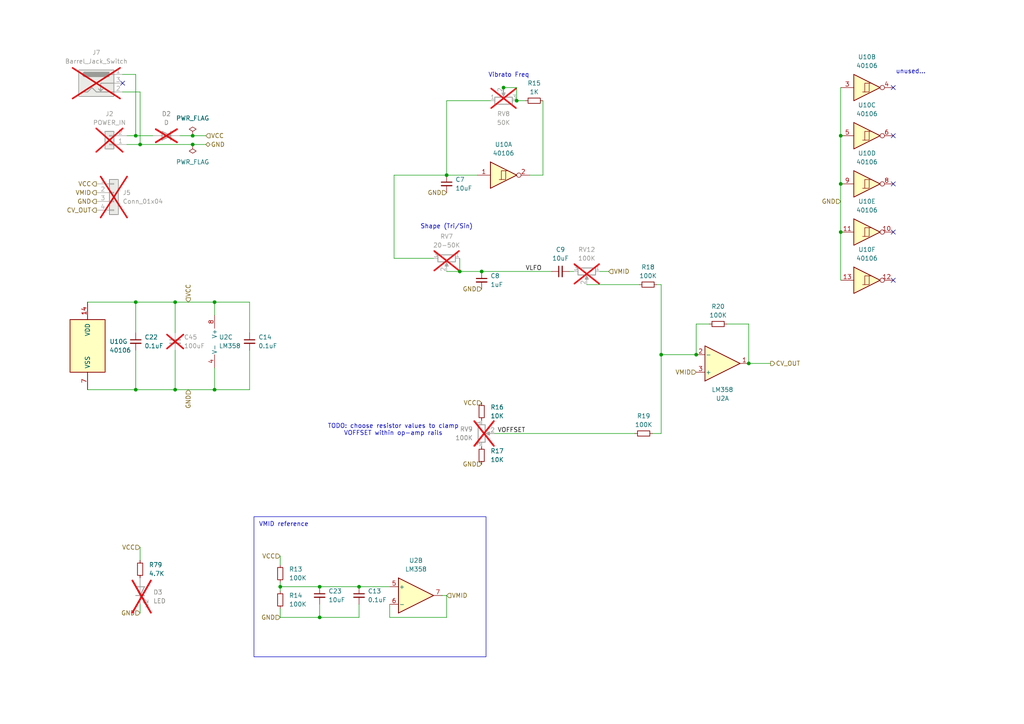
<source format=kicad_sch>
(kicad_sch (version 20231120) (generator "eeschema") (generator_version "8.0")
  (paper "A4")
  (lib_symbols
    (symbol "4xxx:40106" (pin_names (offset 1.016))
      (property "Reference" "U" (at 0 1.27 0))
      (property "Value" "40106" (at 0 -1.27 0))
      (symbol "40106_1_0"
        (polyline (pts (xy -0.635 -1.27) (xy -0.635 1.27) (xy 0.635 1.27)))
        (polyline (pts (xy -3.81 3.81) (xy -3.81 -3.81) (xy 3.81 0) (xy -3.81 3.81)) (stroke (width 0.254)) (fill (type background)))
        (polyline (pts (xy -1.27 -1.27) (xy 0.635 -1.27) (xy 0.635 1.27) (xy 1.27 1.27)))
        (pin input line (at -7.62 0 0) (length 3.81) (name "~") (number "1"))
        (pin output inverted (at 7.62 0 180) (length 3.81) (name "~") (number "2"))
      )
      (symbol "40106_2_0"
        (polyline (pts (xy -0.635 -1.27) (xy -0.635 1.27) (xy 0.635 1.27)))
        (polyline (pts (xy -3.81 3.81) (xy -3.81 -3.81) (xy 3.81 0) (xy -3.81 3.81)) (stroke (width 0.254)) (fill (type background)))
        (polyline (pts (xy -1.27 -1.27) (xy 0.635 -1.27) (xy 0.635 1.27) (xy 1.27 1.27)))
        (pin input line (at -7.62 0 0) (length 3.81) (name "~") (number "3"))
        (pin output inverted (at 7.62 0 180) (length 3.81) (name "~") (number "4"))
      )
      (symbol "40106_3_0"
        (polyline (pts (xy -0.635 -1.27) (xy -0.635 1.27) (xy 0.635 1.27)))
        (polyline (pts (xy -3.81 3.81) (xy -3.81 -3.81) (xy 3.81 0) (xy -3.81 3.81)) (stroke (width 0.254)) (fill (type background)))
        (polyline (pts (xy -1.27 -1.27) (xy 0.635 -1.27) (xy 0.635 1.27) (xy 1.27 1.27)))
        (pin input line (at -7.62 0 0) (length 3.81) (name "~") (number "5"))
        (pin output inverted (at 7.62 0 180) (length 3.81) (name "~") (number "6"))
      )
      (symbol "40106_4_0"
        (polyline (pts (xy -0.635 -1.27) (xy -0.635 1.27) (xy 0.635 1.27)))
        (polyline (pts (xy -3.81 3.81) (xy -3.81 -3.81) (xy 3.81 0) (xy -3.81 3.81)) (stroke (width 0.254)) (fill (type background)))
        (polyline (pts (xy -1.27 -1.27) (xy 0.635 -1.27) (xy 0.635 1.27) (xy 1.27 1.27)))
        (pin output inverted (at 7.62 0 180) (length 3.81) (name "~") (number "8"))
        (pin input line (at -7.62 0 0) (length 3.81) (name "~") (number "9"))
      )
      (symbol "40106_5_0"
        (polyline (pts (xy -0.635 -1.27) (xy -0.635 1.27) (xy 0.635 1.27)))
        (polyline (pts (xy -3.81 3.81) (xy -3.81 -3.81) (xy 3.81 0) (xy -3.81 3.81)) (stroke (width 0.254)) (fill (type background)))
        (polyline (pts (xy -1.27 -1.27) (xy 0.635 -1.27) (xy 0.635 1.27) (xy 1.27 1.27)))
        (pin output inverted (at 7.62 0 180) (length 3.81) (name "~") (number "10"))
        (pin input line (at -7.62 0 0) (length 3.81) (name "~") (number "11"))
      )
      (symbol "40106_6_0"
        (polyline (pts (xy -0.635 -1.27) (xy -0.635 1.27) (xy 0.635 1.27)))
        (polyline (pts (xy -3.81 3.81) (xy -3.81 -3.81) (xy 3.81 0) (xy -3.81 3.81)) (stroke (width 0.254)) (fill (type background)))
        (polyline (pts (xy -1.27 -1.27) (xy 0.635 -1.27) (xy 0.635 1.27) (xy 1.27 1.27)))
        (pin output inverted (at 7.62 0 180) (length 3.81) (name "~") (number "12"))
        (pin input line (at -7.62 0 0) (length 3.81) (name "~") (number "13"))
      )
      (symbol "40106_7_0"
        (pin power_in line (at 0 12.7 270) (length 5.08) (name "VDD") (number "14"))
        (pin power_in line (at 0 -12.7 90) (length 5.08) (name "VSS") (number "7"))
      )
      (symbol "40106_7_1"
        (rectangle (start -5.08 7.62) (end 5.08 -7.62) (stroke (width 0.254)) (fill (type background)))
      )
    )
    (symbol "Amplifier_Operational:LM358" (pin_names (offset 0.127))
      (property "Reference" "U" (at 0 5.08 0))
      (property "Value" "LM358" (at 0 -5.08 0))
      (symbol "LM358_1_1"
        (polyline (pts (xy -5.08 5.08) (xy 5.08 0) (xy -5.08 -5.08) (xy -5.08 5.08)) (stroke (width 0.254)) (fill (type background)))
        (pin output line (at 7.62 0 180) (length 2.54) (name "~") (number "1"))
        (pin input line (at -7.62 -2.54 0) (length 2.54) (name "-") (number "2"))
        (pin input line (at -7.62 2.54 0) (length 2.54) (name "+") (number "3"))
      )
      (symbol "LM358_2_1"
        (polyline (pts (xy -5.08 5.08) (xy 5.08 0) (xy -5.08 -5.08) (xy -5.08 5.08)) (stroke (width 0.254)) (fill (type background)))
        (pin input line (at -7.62 2.54 0) (length 2.54) (name "+") (number "5"))
        (pin input line (at -7.62 -2.54 0) (length 2.54) (name "-") (number "6"))
        (pin output line (at 7.62 0 180) (length 2.54) (name "~") (number "7"))
      )
      (symbol "LM358_3_1"
        (pin power_in line (at -2.54 -7.62 90) (length 3.81) (name "V-") (number "4"))
        (pin power_in line (at -2.54 7.62 270) (length 3.81) (name "V+") (number "8"))
      )
    )
    (symbol "Connector:Barrel_Jack_Switch" (pin_names hide)
      (property "Reference" "J" (at 0 5.334 0))
      (property "Value" "Barrel_Jack_Switch" (at 0 -5.08 0))
      (symbol "Barrel_Jack_Switch_0_1"
        (rectangle (start -5.08 3.81) (end 5.08 -3.81) (stroke (width 0.254)) (fill (type background)))
        (arc (start -3.302 3.175) (mid -3.9343 2.54) (end -3.302 1.905) (stroke (width 0.254)))
        (arc (start -3.302 3.175) (mid -3.9343 2.54) (end -3.302 1.905) (stroke (width 0.254)) (fill (type outline)))
        (polyline (pts (xy 1.27 -2.286) (xy 1.905 -1.651)) (stroke (width 0.254)))
        (polyline (pts (xy 5.08 2.54) (xy 3.81 2.54)) (stroke (width 0.254)))
        (polyline (pts (xy 5.08 0) (xy 1.27 0) (xy 1.27 -2.286) (xy 0.635 -1.651)) (stroke (width 0.254)))
        (polyline (pts (xy -3.81 -2.54) (xy -2.54 -2.54) (xy -1.27 -1.27) (xy 0 -2.54) (xy 2.54 -2.54) (xy 5.08 -2.54)) (stroke (width 0.254)))
        (rectangle (start 3.683 3.175) (end -3.302 1.905) (stroke (width 0.254)) (fill (type outline)))
      )
      (symbol "Barrel_Jack_Switch_1_1"
        (pin passive line (at 7.62 2.54 180) (length 2.54) (name "~") (number "1"))
        (pin passive line (at 7.62 -2.54 180) (length 2.54) (name "~") (number "2"))
        (pin passive line (at 7.62 0 180) (length 2.54) (name "~") (number "3"))
      )
    )
    (symbol "Connector_Generic:Conn_01x02" (pin_names (offset 1.016) hide)
      (property "Reference" "J" (at 0 2.54 0))
      (property "Value" "Conn_01x02" (at 0 -5.08 0))
      (symbol "Conn_01x02_1_1"
        (rectangle (start -1.27 -2.413) (end 0 -2.667) (stroke (width 0.1524)))
        (rectangle (start -1.27 0.127) (end 0 -0.127) (stroke (width 0.1524)))
        (rectangle (start -1.27 1.27) (end 1.27 -3.81) (stroke (width 0.254)) (fill (type background)))
        (pin passive line (at -5.08 0 0) (length 3.81) (name "Pin_1") (number "1"))
        (pin passive line (at -5.08 -2.54 0) (length 3.81) (name "Pin_2") (number "2"))
      )
    )
    (symbol "Connector_Generic:Conn_01x04" (pin_names (offset 1.016) hide)
      (property "Reference" "J" (at 0 5.08 0))
      (property "Value" "Conn_01x04" (at 0 -7.62 0))
      (symbol "Conn_01x04_1_1"
        (rectangle (start -1.27 -4.953) (end 0 -5.207) (stroke (width 0.1524)))
        (rectangle (start -1.27 -2.413) (end 0 -2.667) (stroke (width 0.1524)))
        (rectangle (start -1.27 0.127) (end 0 -0.127) (stroke (width 0.1524)))
        (rectangle (start -1.27 2.667) (end 0 2.413) (stroke (width 0.1524)))
        (rectangle (start -1.27 3.81) (end 1.27 -6.35) (stroke (width 0.254)) (fill (type background)))
        (pin passive line (at -5.08 2.54 0) (length 3.81) (name "Pin_1") (number "1"))
        (pin passive line (at -5.08 0 0) (length 3.81) (name "Pin_2") (number "2"))
        (pin passive line (at -5.08 -2.54 0) (length 3.81) (name "Pin_3") (number "3"))
        (pin passive line (at -5.08 -5.08 0) (length 3.81) (name "Pin_4") (number "4"))
      )
    )
    (symbol "Device:C_Small" (pin_numbers hide) (pin_names (offset 0.254) hide)
      (property "Reference" "C" (at 0.254 1.778 0))
      (property "Value" "C_Small" (at 0.254 -2.032 0))
      (symbol "C_Small_0_1"
        (polyline (pts (xy -1.524 -0.508) (xy 1.524 -0.508)) (stroke (width 0.3302)))
        (polyline (pts (xy -1.524 0.508) (xy 1.524 0.508)) (stroke (width 0.3048)))
      )
      (symbol "C_Small_1_1"
        (pin passive line (at 0 2.54 270) (length 2.032) (name "~") (number "1"))
        (pin passive line (at 0 -2.54 90) (length 2.032) (name "~") (number "2"))
      )
    )
    (symbol "Device:D" (pin_numbers hide) (pin_names (offset 1.016) hide)
      (property "Reference" "D" (at 0 2.54 0))
      (property "Value" "D" (at 0 -2.54 0))
      (symbol "D_0_1"
        (polyline (pts (xy -1.27 1.27) (xy -1.27 -1.27)) (stroke (width 0.254)))
        (polyline (pts (xy 1.27 0) (xy -1.27 0)))
        (polyline (pts (xy 1.27 1.27) (xy 1.27 -1.27) (xy -1.27 0) (xy 1.27 1.27)) (stroke (width 0.254)))
      )
      (symbol "D_1_1"
        (pin passive line (at -3.81 0 0) (length 2.54) (name "K") (number "1"))
        (pin passive line (at 3.81 0 180) (length 2.54) (name "A") (number "2"))
      )
    )
    (symbol "Device:LED" (pin_numbers hide) (pin_names (offset 1.016) hide)
      (property "Reference" "D" (at 0 2.54 0))
      (property "Value" "LED" (at 0 -2.54 0))
      (symbol "LED_0_1"
        (polyline (pts (xy -1.27 -1.27) (xy -1.27 1.27)) (stroke (width 0.254)))
        (polyline (pts (xy -1.27 0) (xy 1.27 0)))
        (polyline (pts (xy 1.27 -1.27) (xy 1.27 1.27) (xy -1.27 0) (xy 1.27 -1.27)) (stroke (width 0.254)))
        (polyline (pts (xy -3.048 -0.762) (xy -4.572 -2.286) (xy -3.81 -2.286) (xy -4.572 -2.286) (xy -4.572 -1.524)))
        (polyline (pts (xy -1.778 -0.762) (xy -3.302 -2.286) (xy -2.54 -2.286) (xy -3.302 -2.286) (xy -3.302 -1.524)))
      )
      (symbol "LED_1_1"
        (pin passive line (at -3.81 0 0) (length 2.54) (name "K") (number "1"))
        (pin passive line (at 3.81 0 180) (length 2.54) (name "A") (number "2"))
      )
    )
    (symbol "Device:R_Potentiometer" (pin_names (offset 1.016) hide)
      (property "Reference" "RV" (at -4.445 0 90))
      (property "Value" "R_Potentiometer" (at -2.54 0 90))
      (symbol "R_Potentiometer_0_1"
        (polyline (pts (xy 2.54 0) (xy 1.524 0)))
        (polyline (pts (xy 1.143 0) (xy 2.286 0.508) (xy 2.286 -0.508) (xy 1.143 0)) (fill (type outline)))
        (rectangle (start 1.016 2.54) (end -1.016 -2.54) (stroke (width 0.254)))
      )
      (symbol "R_Potentiometer_1_1"
        (pin passive line (at 0 3.81 270) (length 1.27) (name "1") (number "1"))
        (pin passive line (at 3.81 0 180) (length 1.27) (name "2") (number "2"))
        (pin passive line (at 0 -3.81 90) (length 1.27) (name "3") (number "3"))
      )
    )
    (symbol "Device:R_Small" (pin_numbers hide) (pin_names (offset 0.254) hide)
      (property "Reference" "R" (at 0.762 0.508 0))
      (property "Value" "R_Small" (at 0.762 -1.016 0))
      (symbol "R_Small_0_1"
        (rectangle (start -0.762 1.778) (end 0.762 -1.778) (stroke (width 0.2032)))
      )
      (symbol "R_Small_1_1"
        (pin passive line (at 0 2.54 270) (length 0.762) (name "~") (number "1"))
        (pin passive line (at 0 -2.54 90) (length 0.762) (name "~") (number "2"))
      )
    )
    (symbol "power:PWR_FLAG" (power) (pin_numbers hide) (pin_names (offset 0) hide)
      (property "Value" "PWR_FLAG" (at 0 3.81 0))
      (symbol "PWR_FLAG_0_0"
        (pin power_out line (at 0 0 90) (length 0) (name "~") (number "1"))
      )
      (symbol "PWR_FLAG_0_1"
        (polyline (pts (xy 0 0) (xy 0 1.27) (xy -1.016 1.905) (xy 0 2.54) (xy 1.016 1.905) (xy 0 1.27)))
      )
    )
  )
  (junction (at 243.84 67.31))
  (junction (at 55.88 39.37))
  (junction (at 146.05 25.4))
  (junction (at 104.14 170.18))
  (junction (at 92.71 170.18))
  (junction (at 243.84 53.34))
  (junction (at 92.71 179.07))
  (junction (at 39.37 113.03))
  (junction (at 217.17 105.41))
  (junction (at 39.37 39.37))
  (junction (at 50.8 113.03))
  (junction (at 243.84 39.37))
  (junction (at 39.37 87.63))
  (junction (at 81.28 170.18))
  (junction (at 62.23 87.63))
  (junction (at 129.54 50.8))
  (junction (at 40.64 41.91))
  (junction (at 133.35 78.74))
  (junction (at 50.8 87.63))
  (junction (at 55.88 41.91))
  (junction (at 62.23 113.03))
  (junction (at 149.86 29.21))
  (junction (at 191.77 102.87))
  (junction (at 201.93 102.87))
  (junction (at 139.7 78.74))
  (no_connect (at 259.08 39.37))
  (no_connect (at 35.56 24.13))
  (no_connect (at 259.08 53.34))
  (no_connect (at 259.08 25.4))
  (no_connect (at 259.08 67.31))
  (no_connect (at 259.08 81.28))
  (wire (pts (xy 62.23 113.03) (xy 62.23 106.68)))
  (wire (pts (xy 217.17 105.41) (xy 223.52 105.41)))
  (wire (pts (xy 170.18 82.55) (xy 185.42 82.55)))
  (wire (pts (xy 129.54 172.72) (xy 128.27 172.72)))
  (wire (pts (xy 146.05 25.4) (xy 146.05 26.67)))
  (wire (pts (xy 191.77 102.87) (xy 191.77 125.73)))
  (wire (pts (xy 81.28 179.07) (xy 92.71 179.07)))
  (wire (pts (xy 39.37 87.63) (xy 39.37 96.52)))
  (wire (pts (xy 143.51 125.73) (xy 184.15 125.73)))
  (wire (pts (xy 55.88 39.37) (xy 52.07 39.37)))
  (wire (pts (xy 104.14 170.18) (xy 113.03 170.18)))
  (wire (pts (xy 44.45 39.37) (xy 39.37 39.37)))
  (wire (pts (xy 92.71 179.07) (xy 104.14 179.07)))
  (wire (pts (xy 201.93 93.98) (xy 201.93 102.87)))
  (wire (pts (xy 92.71 170.18) (xy 104.14 170.18)))
  (wire (pts (xy 114.3 50.8) (xy 114.3 74.93)))
  (wire (pts (xy 113.03 175.26) (xy 113.03 179.07)))
  (wire (pts (xy 142.24 29.21) (xy 129.54 29.21)))
  (wire (pts (xy 165.1 78.74) (xy 166.37 78.74)))
  (wire (pts (xy 191.77 125.73) (xy 189.23 125.73)))
  (wire (pts (xy 62.23 113.03) (xy 72.39 113.03)))
  (wire (pts (xy 50.8 87.63) (xy 62.23 87.63)))
  (wire (pts (xy 92.71 175.26) (xy 92.71 179.07)))
  (wire (pts (xy 40.64 158.75) (xy 40.64 162.56)))
  (wire (pts (xy 72.39 87.63) (xy 72.39 96.52)))
  (wire (pts (xy 176.53 78.74) (xy 173.99 78.74)))
  (wire (pts (xy 39.37 21.59) (xy 39.37 39.37)))
  (wire (pts (xy 129.54 78.74) (xy 133.35 78.74)))
  (wire (pts (xy 81.28 179.07) (xy 81.28 176.53)))
  (wire (pts (xy 36.83 41.91) (xy 40.64 41.91)))
  (wire (pts (xy 243.84 53.34) (xy 243.84 67.31)))
  (wire (pts (xy 191.77 82.55) (xy 190.5 82.55)))
  (wire (pts (xy 81.28 171.45) (xy 81.28 170.18)))
  (wire (pts (xy 149.86 25.4) (xy 149.86 29.21)))
  (wire (pts (xy 217.17 93.98) (xy 217.17 105.41)))
  (wire (pts (xy 72.39 113.03) (xy 72.39 101.6)))
  (wire (pts (xy 139.7 78.74) (xy 160.02 78.74)))
  (wire (pts (xy 81.28 170.18) (xy 92.71 170.18)))
  (wire (pts (xy 81.28 161.29) (xy 81.28 163.83)))
  (wire (pts (xy 210.82 93.98) (xy 217.17 93.98)))
  (wire (pts (xy 113.03 179.07) (xy 129.54 179.07)))
  (wire (pts (xy 40.64 41.91) (xy 55.88 41.91)))
  (wire (pts (xy 146.05 25.4) (xy 149.86 25.4)))
  (wire (pts (xy 152.4 29.21) (xy 149.86 29.21)))
  (wire (pts (xy 40.64 177.8) (xy 40.64 175.26)))
  (wire (pts (xy 201.93 102.87) (xy 191.77 102.87)))
  (wire (pts (xy 104.14 175.26) (xy 104.14 179.07)))
  (wire (pts (xy 191.77 82.55) (xy 191.77 102.87)))
  (wire (pts (xy 129.54 29.21) (xy 129.54 50.8)))
  (wire (pts (xy 114.3 74.93) (xy 125.73 74.93)))
  (wire (pts (xy 243.84 25.4) (xy 243.84 39.37)))
  (wire (pts (xy 114.3 50.8) (xy 129.54 50.8)))
  (wire (pts (xy 39.37 87.63) (xy 50.8 87.63)))
  (wire (pts (xy 157.48 29.21) (xy 157.48 50.8)))
  (wire (pts (xy 133.35 74.93) (xy 133.35 78.74)))
  (wire (pts (xy 50.8 101.6) (xy 50.8 113.03)))
  (wire (pts (xy 81.28 170.18) (xy 81.28 168.91)))
  (wire (pts (xy 62.23 87.63) (xy 62.23 91.44)))
  (wire (pts (xy 25.4 87.63) (xy 39.37 87.63)))
  (wire (pts (xy 205.74 93.98) (xy 201.93 93.98)))
  (wire (pts (xy 243.84 39.37) (xy 243.84 53.34)))
  (wire (pts (xy 39.37 39.37) (xy 36.83 39.37)))
  (wire (pts (xy 138.43 50.8) (xy 129.54 50.8)))
  (wire (pts (xy 50.8 87.63) (xy 50.8 96.52)))
  (wire (pts (xy 40.64 26.67) (xy 40.64 41.91)))
  (wire (pts (xy 50.8 113.03) (xy 62.23 113.03)))
  (wire (pts (xy 243.84 67.31) (xy 243.84 81.28)))
  (wire (pts (xy 55.88 41.91) (xy 59.69 41.91)))
  (wire (pts (xy 39.37 113.03) (xy 39.37 101.6)))
  (wire (pts (xy 59.69 39.37) (xy 55.88 39.37)))
  (wire (pts (xy 39.37 113.03) (xy 50.8 113.03)))
  (wire (pts (xy 35.56 21.59) (xy 39.37 21.59)))
  (wire (pts (xy 35.56 26.67) (xy 40.64 26.67)))
  (wire (pts (xy 129.54 172.72) (xy 129.54 179.07)))
  (wire (pts (xy 62.23 87.63) (xy 72.39 87.63)))
  (wire (pts (xy 25.4 113.03) (xy 39.37 113.03)))
  (wire (pts (xy 157.48 50.8) (xy 153.67 50.8)))
  (wire (pts (xy 133.35 78.74) (xy 139.7 78.74)))
  (rectangle (start 73.66 149.86) (end 140.97 190.5))
  (text "TODO: choose resistor values to clamp\nVOFFSET within op-amp rails\n" (at 114.046 124.714 0) (effects (font (size 1.27 1.27))))
  (text "Vibrato Freq" (at 147.574 21.844 0) (effects (font (size 1.27 1.27))))
  (text "Shape (Tri/Sin)\n" (at 129.54 65.786 0) (effects (font (size 1.27 1.27))))
  (text "VMID reference\n" (at 82.296 152.146 0) (effects (font (size 1.27 1.27))))
  (text "unused...\n" (at 264.16 20.828 0) (effects (font (size 1.27 1.27))))
  (label "VOFFSET" (at 152.4 125.73 180))
  (label "VLFO" (at 152.4 78.74 0))
  (hierarchical_label "CV_OUT" (shape output) (at 27.94 60.96 180))
  (hierarchical_label "VMID" (shape output) (at 27.94 55.88 180))
  (hierarchical_label "VCC" (shape output) (at 27.94 53.34 180))
  (hierarchical_label "GND" (shape input) (at 81.28 179.07 180))
  (hierarchical_label "VCC" (shape input) (at 81.28 161.29 180))
  (hierarchical_label "VCC" (shape input) (at 139.7 116.84 180))
  (hierarchical_label "VCC" (shape input) (at 54.61 87.63 90))
  (hierarchical_label "VCC" (shape input) (at 40.64 158.75 180))
  (hierarchical_label "GND" (shape output) (at 27.94 58.42 180))
  (hierarchical_label "GND" (shape input) (at 54.61 113.03 270))
  (hierarchical_label "VMID" (shape input) (at 176.53 78.74 0))
  (hierarchical_label "GND" (shape bidirectional) (at 59.69 41.91 0))
  (hierarchical_label "CV_OUT" (shape output) (at 223.52 105.41 0))
  (hierarchical_label "GND" (shape input) (at 139.7 134.62 180))
  (hierarchical_label "VCC" (shape input) (at 59.69 39.37 0))
  (hierarchical_label "GND" (shape input) (at 40.64 177.8 180))
  (hierarchical_label "VMID" (shape input) (at 201.93 107.95 180))
  (hierarchical_label "GND" (shape input) (at 129.54 55.88 180))
  (hierarchical_label "GND" (shape input) (at 139.7 83.82 180))
  (hierarchical_label "VMID" (shape input) (at 129.54 172.72 0))
  (hierarchical_label "GND" (shape input) (at 243.84 58.42 180))
  (symbol (lib_id "Device:R_Small") (at 40.64 165.1 0) (unit 1)
    (property "Reference" "R79" (at 43.18 163.8299 0) (effects (justify left)))
    (property "Value" "4.7K" (at 43.18 166.3699 0) (effects (justify left)))
    (property "Footprint" "Resistor_SMD:R_0603_1608Metric" (effects (hide yes)))
    (property "Description" "Resistor, small symbol" (effects (hide yes)))
  )
  (symbol (lib_id "Device:LED") (at 40.64 171.45 90) (unit 1) (dnp yes)
    (property "Reference" "D3" (at 44.45 171.7674 90) (effects (justify right)))
    (property "Value" "LED" (at 44.45 174.3074 90) (effects (justify right)))
    (property "Footprint" "LED_THT:LED_D3.0mm" (effects (hide yes)))
    (property "Description" "Light emitting diode" (effects (hide yes)))
  )
  (symbol (lib_id "Connector:Barrel_Jack_Switch") (at 27.94 24.13 0) (unit 1) (dnp yes)
    (property "Reference" "J7" (at 27.94 15.24 0))
    (property "Value" "Barrel_Jack_Switch" (at 27.94 17.78 0))
    (property "Footprint" "Connector_BarrelJack:BarrelJack_GCT_DCJ200-10-A_Horizontal" (effects (hide yes)))
    (property "Description" "DC Barrel Jack with an internal switch" (effects (hide yes)))
    (property "source" "Tayda A-4118 (https://www.taydaelectronics.com/dc-power-jack-2-1mm-barrel-type-pcb-mount.html)" (effects (hide yes)))
  )
  (symbol (lib_id "Device:R_Small") (at 81.28 173.99 0) (unit 1)
    (property "Reference" "R14" (at 83.82 172.7199 0) (effects (justify left)))
    (property "Value" "100K" (at 83.82 175.2599 0) (effects (justify left)))
    (property "Footprint" "Resistor_SMD:R_0603_1608Metric" (effects (hide yes)))
    (property "Description" "Resistor, small symbol" (effects (hide yes)))
  )
  (symbol (lib_id "Device:C_Small") (at 39.37 99.06 0) (unit 1)
    (property "Reference" "C22" (at 41.91 97.7962 0) (effects (justify left)))
    (property "Value" "0.1uF" (at 41.91 100.3362 0) (effects (justify left)))
    (property "Footprint" "Capacitor_SMD:C_0805_2012Metric" (effects (hide yes)))
    (property "Description" "Unpolarized capacitor, small symbol" (effects (hide yes)))
  )
  (symbol (lib_id "Device:R_Potentiometer") (at 139.7 125.73 0) (unit 1) (dnp yes)
    (property "Reference" "RV9" (at 137.16 124.4599 0) (effects (justify right)))
    (property "Value" "100K" (at 137.16 126.9999 0) (effects (justify right)))
    (property "Footprint" "Pot_RV09AF-ALPHA:Pot_RV09AF-ALPHA" (effects (hide yes)))
    (property "Description" "Potentiometer" (effects (hide yes)))
  )
  (symbol (lib_id "power:PWR_FLAG") (at 55.88 39.37 0) (unit 1)
    (property "Reference" "#FLG02" (effects (hide yes)))
    (property "Value" "PWR_FLAG" (at 55.88 34.29 0))
    (property "Description" "Special symbol for telling ERC where power comes from" (effects (hide yes)))
  )
  (symbol (lib_id "Amplifier_Operational:LM358") (at 64.77 99.06 0) (unit 3)
    (property "Reference" "U2" (at 63.5 97.7899 0) (effects (justify left)))
    (property "Value" "LM358" (at 63.5 100.3299 0) (effects (justify left)))
    (property "Footprint" "easyeda2kicad:SOIC-8_L5.0-W4.0-P1.27-LS6.0-BL" (effects (hide yes)))
    (property "Datasheet" "http://www.ti.com/lit/ds/symlink/lm2904-n.pdf" (effects (hide yes)))
    (property "Description" "Low-Power, Dual Operational Amplifiers, DIP-8/SOIC-8/TO-99-8" (effects (hide yes)))
    (property "JLC" "C7950" (effects (hide yes)))
  )
  (symbol (lib_id "Device:R_Small") (at 154.94 29.21 90) (unit 1)
    (property "Reference" "R15" (at 154.94 24.13 90))
    (property "Value" "1K" (at 154.94 26.67 90))
    (property "Footprint" "Resistor_SMD:R_0603_1608Metric" (effects (hide yes)))
    (property "Description" "Resistor, small symbol" (effects (hide yes)))
  )
  (symbol (lib_id "4xxx:40106") (at 251.46 39.37 0) (unit 3)
    (property "Reference" "U10" (at 251.46 30.48 0))
    (property "Value" "40106" (at 251.46 33.02 0))
    (property "Footprint" "easyeda2kicad:SOIC-14_L8.7-W3.9-P1.27-LS6.0-BL" (effects (hide yes)))
    (property "Datasheet" "https://assets.nexperia.com/documents/data-sheet/HEF40106B.pdf" (effects (hide yes)))
    (property "Description" "Hex Schmitt trigger inverter" (effects (hide yes)))
    (property "JLC" "C38184" (effects (hide yes)))
  )
  (symbol (lib_id "4xxx:40106") (at 146.05 50.8 0) (unit 1)
    (property "Reference" "U10" (at 146.05 41.91 0))
    (property "Value" "40106" (at 146.05 44.45 0))
    (property "Footprint" "easyeda2kicad:SOIC-14_L8.7-W3.9-P1.27-LS6.0-BL" (effects (hide yes)))
    (property "Datasheet" "https://assets.nexperia.com/documents/data-sheet/HEF40106B.pdf" (effects (hide yes)))
    (property "Description" "Hex Schmitt trigger inverter" (effects (hide yes)))
    (property "JLC" "C38184" (effects (hide yes)))
  )
  (symbol (lib_id "power:PWR_FLAG") (at 55.88 41.91 180) (unit 1)
    (property "Reference" "#FLG04" (effects (hide yes)))
    (property "Value" "PWR_FLAG" (at 55.88 46.99 0))
    (property "Description" "Special symbol for telling ERC where power comes from" (effects (hide yes)))
  )
  (symbol (lib_id "Device:C_Small") (at 139.7 81.28 0) (unit 1)
    (property "Reference" "C8" (at 142.24 80.0162 0) (effects (justify left)))
    (property "Value" "1uF" (at 142.24 82.5562 0) (effects (justify left)))
    (property "Footprint" "Capacitor_SMD:C_0805_2012Metric" (effects (hide yes)))
    (property "Description" "Unpolarized capacitor, small symbol" (effects (hide yes)))
  )
  (symbol (lib_id "Device:R_Small") (at 186.69 125.73 90) (unit 1)
    (property "Reference" "R19" (at 186.69 120.65 90))
    (property "Value" "100K" (at 186.69 123.19 90))
    (property "Footprint" "Resistor_SMD:R_0603_1608Metric" (effects (hide yes)))
    (property "Description" "Resistor, small symbol" (effects (hide yes)))
  )
  (symbol (lib_id "Device:R_Small") (at 208.28 93.98 90) (unit 1)
    (property "Reference" "R20" (at 208.28 88.9 90))
    (property "Value" "100K" (at 208.28 91.44 90))
    (property "Footprint" "Resistor_SMD:R_0603_1608Metric" (effects (hide yes)))
    (property "Description" "Resistor, small symbol" (effects (hide yes)))
  )
  (symbol (lib_id "Device:R_Small") (at 139.7 132.08 0) (unit 1)
    (property "Reference" "R17" (at 142.24 130.8099 0) (effects (justify left)))
    (property "Value" "10K" (at 142.24 133.3499 0) (effects (justify left)))
    (property "Footprint" "Resistor_SMD:R_0603_1608Metric" (effects (hide yes)))
    (property "Description" "Resistor, small symbol" (effects (hide yes)))
  )
  (symbol (lib_id "Device:R_Potentiometer") (at 129.54 74.93 270) (unit 1) (dnp yes)
    (property "Reference" "RV7" (at 129.54 68.58 90))
    (property "Value" "20-50K" (at 129.54 71.12 90))
    (property "Footprint" "Pot_RV09AF-ALPHA:Pot_RV09AF-ALPHA" (effects (hide yes)))
    (property "Description" "Potentiometer" (effects (hide yes)))
  )
  (symbol (lib_id "Device:R_Potentiometer") (at 146.05 29.21 90) (unit 1) (dnp yes)
    (property "Reference" "RV8" (at 146.05 33.02 90))
    (property "Value" "50K" (at 146.05 35.56 90))
    (property "Footprint" "Pot_RV09AF-ALPHA:Pot_RV09AF-ALPHA" (effects (hide yes)))
    (property "Description" "Potentiometer" (effects (hide yes)))
  )
  (symbol (lib_id "4xxx:40106") (at 25.4 100.33 0) (unit 7)
    (property "Reference" "U10" (at 31.75 99.0599 0) (effects (justify left)))
    (property "Value" "40106" (at 31.75 101.5999 0) (effects (justify left)))
    (property "Footprint" "easyeda2kicad:SOIC-14_L8.7-W3.9-P1.27-LS6.0-BL" (effects (hide yes)))
    (property "Datasheet" "https://assets.nexperia.com/documents/data-sheet/HEF40106B.pdf" (effects (hide yes)))
    (property "Description" "Hex Schmitt trigger inverter" (effects (hide yes)))
    (property "JLC" "C38184" (effects (hide yes)))
  )
  (symbol (lib_id "Device:R_Potentiometer") (at 170.18 78.74 270) (unit 1) (dnp yes)
    (property "Reference" "RV12" (at 170.18 72.39 90))
    (property "Value" "100K" (at 170.18 74.93 90))
    (property "Footprint" "Pot_RV09AF-ALPHA:Pot_RV09AF-ALPHA" (effects (hide yes)))
    (property "Description" "Potentiometer" (effects (hide yes)))
  )
  (symbol (lib_id "4xxx:40106") (at 251.46 67.31 0) (unit 5)
    (property "Reference" "U10" (at 251.46 58.42 0))
    (property "Value" "40106" (at 251.46 60.96 0))
    (property "Footprint" "easyeda2kicad:SOIC-14_L8.7-W3.9-P1.27-LS6.0-BL" (effects (hide yes)))
    (property "Datasheet" "https://assets.nexperia.com/documents/data-sheet/HEF40106B.pdf" (effects (hide yes)))
    (property "Description" "Hex Schmitt trigger inverter" (effects (hide yes)))
    (property "JLC" "C38184" (effects (hide yes)))
  )
  (symbol (lib_id "4xxx:40106") (at 251.46 25.4 0) (unit 2)
    (property "Reference" "U10" (at 251.46 16.51 0))
    (property "Value" "40106" (at 251.46 19.05 0))
    (property "Footprint" "easyeda2kicad:SOIC-14_L8.7-W3.9-P1.27-LS6.0-BL" (effects (hide yes)))
    (property "Datasheet" "https://assets.nexperia.com/documents/data-sheet/HEF40106B.pdf" (effects (hide yes)))
    (property "Description" "Hex Schmitt trigger inverter" (effects (hide yes)))
    (property "JLC" "C38184" (effects (hide yes)))
  )
  (symbol (lib_id "Device:R_Small") (at 187.96 82.55 90) (unit 1)
    (property "Reference" "R18" (at 187.96 77.47 90))
    (property "Value" "100K" (at 187.96 80.01 90))
    (property "Footprint" "Resistor_SMD:R_0603_1608Metric" (effects (hide yes)))
    (property "Description" "Resistor, small symbol" (effects (hide yes)))
  )
  (symbol (lib_id "Device:C_Small") (at 162.56 78.74 90) (unit 1)
    (property "Reference" "C9" (at 162.5663 72.39 90))
    (property "Value" "10uF" (at 162.5663 74.93 90))
    (property "Footprint" "Capacitor_SMD:C_0805_2012Metric" (effects (hide yes)))
    (property "Description" "Unpolarized capacitor, small symbol" (effects (hide yes)))
  )
  (symbol (lib_id "Device:C_Small") (at 104.14 172.72 0) (unit 1)
    (property "Reference" "C13" (at 106.68 171.4562 0) (effects (justify left)))
    (property "Value" "0.1uF" (at 106.68 173.9962 0) (effects (justify left)))
    (property "Footprint" "Capacitor_SMD:C_0805_2012Metric" (effects (hide yes)))
    (property "Description" "Unpolarized capacitor, small symbol" (effects (hide yes)))
  )
  (symbol (lib_id "4xxx:40106") (at 251.46 81.28 0) (unit 6)
    (property "Reference" "U10" (at 251.46 72.39 0))
    (property "Value" "40106" (at 251.46 74.93 0))
    (property "Footprint" "easyeda2kicad:SOIC-14_L8.7-W3.9-P1.27-LS6.0-BL" (effects (hide yes)))
    (property "Datasheet" "https://assets.nexperia.com/documents/data-sheet/HEF40106B.pdf" (effects (hide yes)))
    (property "Description" "Hex Schmitt trigger inverter" (effects (hide yes)))
    (property "JLC" "C38184" (effects (hide yes)))
  )
  (symbol (lib_id "Device:C_Small") (at 72.39 99.06 0) (unit 1)
    (property "Reference" "C14" (at 74.93 97.7962 0) (effects (justify left)))
    (property "Value" "0.1uF" (at 74.93 100.3362 0) (effects (justify left)))
    (property "Footprint" "Capacitor_SMD:C_0805_2012Metric" (effects (hide yes)))
    (property "Description" "Unpolarized capacitor, small symbol" (effects (hide yes)))
  )
  (symbol (lib_id "Device:R_Small") (at 139.7 119.38 0) (unit 1)
    (property "Reference" "R16" (at 142.24 118.1099 0) (effects (justify left)))
    (property "Value" "10K" (at 142.24 120.6499 0) (effects (justify left)))
    (property "Footprint" "Resistor_SMD:R_0603_1608Metric" (effects (hide yes)))
    (property "Description" "Resistor, small symbol" (effects (hide yes)))
  )
  (symbol (lib_id "Device:C_Small") (at 92.71 172.72 0) (unit 1)
    (property "Reference" "C23" (at 95.25 171.4562 0) (effects (justify left)))
    (property "Value" "10uF" (at 95.25 173.9962 0) (effects (justify left)))
    (property "Footprint" "Capacitor_SMD:C_0805_2012Metric" (effects (hide yes)))
    (property "Description" "Unpolarized capacitor, small symbol" (effects (hide yes)))
  )
  (symbol (lib_id "Amplifier_Operational:LM358") (at 120.65 172.72 0) (unit 2)
    (property "Reference" "U2" (at 120.65 162.56 0))
    (property "Value" "LM358" (at 120.65 165.1 0))
    (property "Footprint" "easyeda2kicad:SOIC-8_L5.0-W4.0-P1.27-LS6.0-BL" (effects (hide yes)))
    (property "Datasheet" "http://www.ti.com/lit/ds/symlink/lm2904-n.pdf" (effects (hide yes)))
    (property "Description" "Low-Power, Dual Operational Amplifiers, DIP-8/SOIC-8/TO-99-8" (effects (hide yes)))
    (property "JLC" "C7950" (effects (hide yes)))
  )
  (symbol (lib_id "Device:R_Small") (at 81.28 166.37 0) (unit 1)
    (property "Reference" "R13" (at 83.82 165.0999 0) (effects (justify left)))
    (property "Value" "100K" (at 83.82 167.6399 0) (effects (justify left)))
    (property "Footprint" "Resistor_SMD:R_0603_1608Metric" (effects (hide yes)))
    (property "Description" "Resistor, small symbol" (effects (hide yes)))
  )
  (symbol (lib_id "Device:C_Small") (at 129.54 53.34 0) (unit 1)
    (property "Reference" "C7" (at 132.08 52.0762 0) (effects (justify left)))
    (property "Value" "10uF" (at 132.08 54.6162 0) (effects (justify left)))
    (property "Footprint" "Capacitor_SMD:C_0805_2012Metric" (effects (hide yes)))
    (property "Description" "Unpolarized capacitor, small symbol" (effects (hide yes)))
  )
  (symbol (lib_id "Connector_Generic:Conn_01x02") (at 31.75 41.91 180) (unit 1) (dnp yes)
    (property "Reference" "J2" (at 31.75 33.02 0))
    (property "Value" "POWER_IN" (at 31.75 35.56 0))
    (property "Footprint" "Connector_PinSocket_2.54mm:PinSocket_1x02_P2.54mm_Vertical" (effects (hide yes)))
    (property "Description" "Generic connector, single row, 01x02, script generated (kicad-library-utils/schlib/autogen/connector/)" (effects (hide yes)))
  )
  (symbol (lib_id "Device:D") (at 48.26 39.37 180) (unit 1) (dnp yes)
    (property "Reference" "D2" (at 48.26 33.02 0))
    (property "Value" "D" (at 48.26 35.56 0))
    (property "Footprint" "Diode_THT:D_T-1_P2.54mm_Vertical_AnodeUp" (effects (hide yes)))
    (property "Description" "Diode" (effects (hide yes)))
    (property "Sim.Device" "D" (effects (hide yes)))
    (property "Sim.Pins" "1=K 2=A" (effects (hide yes)))
  )
  (symbol (lib_id "Amplifier_Operational:LM358") (at 209.55 105.41 0) (mirror x) (unit 1)
    (property "Reference" "U2" (at 209.55 115.57 0))
    (property "Value" "LM358" (at 209.55 113.03 0))
    (property "Footprint" "easyeda2kicad:SOIC-8_L5.0-W4.0-P1.27-LS6.0-BL" (effects (hide yes)))
    (property "Datasheet" "http://www.ti.com/lit/ds/symlink/lm2904-n.pdf" (effects (hide yes)))
    (property "Description" "Low-Power, Dual Operational Amplifiers, DIP-8/SOIC-8/TO-99-8" (effects (hide yes)))
    (property "JLC" "C7950" (effects (hide yes)))
  )
  (symbol (lib_id "Connector_Generic:Conn_01x04") (at 33.02 55.88 0) (unit 1) (dnp yes)
    (property "Reference" "J5" (at 35.56 55.8799 0) (effects (justify left)))
    (property "Value" "Conn_01x04" (at 35.56 58.4199 0) (effects (justify left)))
    (property "Footprint" "Connector_PinSocket_2.54mm:PinSocket_1x04_P2.54mm_Vertical" (effects (hide yes)))
    (property "Description" "Generic connector, single row, 01x04, script generated (kicad-library-utils/schlib/autogen/connector/)" (effects (hide yes)))
  )
  (symbol (lib_id "Device:C_Small") (at 50.8 99.06 0) (unit 1) (dnp yes)
    (property "Reference" "C45" (at 53.34 97.7962 0) (effects (justify left)))
    (property "Value" "100uF" (at 53.34 100.3362 0) (effects (justify left)))
    (property "Footprint" "Capacitor_THT:CP_Radial_D7.5mm_P2.50mm" (effects (hide yes)))
    (property "Description" "Unpolarized capacitor, small symbol" (effects (hide yes)))
  )
  (symbol (lib_id "4xxx:40106") (at 251.46 53.34 0) (unit 4)
    (property "Reference" "U10" (at 251.46 44.45 0))
    (property "Value" "40106" (at 251.46 46.99 0))
    (property "Footprint" "easyeda2kicad:SOIC-14_L8.7-W3.9-P1.27-LS6.0-BL" (effects (hide yes)))
    (property "Datasheet" "https://assets.nexperia.com/documents/data-sheet/HEF40106B.pdf" (effects (hide yes)))
    (property "Description" "Hex Schmitt trigger inverter" (effects (hide yes)))
    (property "JLC" "C38184" (effects (hide yes)))
  )
)
</source>
